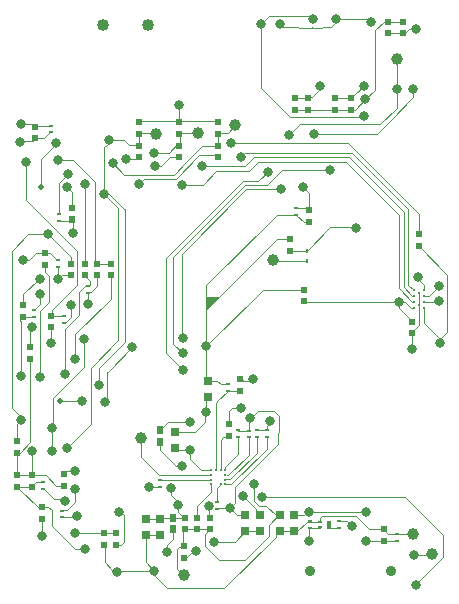
<source format=gbr>
%TF.GenerationSoftware,Altium Limited,Altium Designer,20.1.11 (218)*%
G04 Layer_Physical_Order=4*
G04 Layer_Color=16711680*
%FSLAX45Y45*%
%MOMM*%
%TF.SameCoordinates,C7425212-4277-447C-8971-9BA6FDDE4791*%
%TF.FilePolarity,Positive*%
%TF.FileFunction,Copper,L4,Bot,Signal*%
%TF.Part,Single*%
G01*
G75*
%TA.AperFunction,Conductor*%
%ADD10C,0.10000*%
%TA.AperFunction,SMDPad,CuDef*%
%ADD32R,0.55000X0.60000*%
%TA.AperFunction,ComponentPad*%
%ADD57C,0.90000*%
%ADD58C,1.02000*%
%TA.AperFunction,ViaPad*%
%ADD59C,0.30000*%
%ADD60C,0.80000*%
%ADD61C,0.50000*%
%TA.AperFunction,SMDPad,CuDef*%
%ADD76R,0.50000X0.60000*%
%ADD77R,0.30000X0.27000*%
%ADD78R,0.80000X0.75000*%
%ADD79C,1.00000*%
%ADD80R,0.40000X0.70000*%
%ADD81R,0.40000X0.25000*%
%TA.AperFunction,BGAPad,CuDef*%
%ADD82C,0.25000*%
%TA.AperFunction,SMDPad,CuDef*%
%ADD83R,0.25000X0.36000*%
%ADD84R,0.50000X0.65000*%
G36*
X2820000Y1250000D02*
D01*
D02*
G37*
G36*
X2900000Y2450000D02*
Y2560000D01*
X3010000D01*
X2900000Y2450000D01*
D02*
G37*
D10*
X2060799Y1809638D02*
G03*
X2060799Y1810452I-70399J362D01*
G01*
X3799423Y4839207D02*
G03*
X3801987Y4839217I1015J70393D01*
G01*
X2035000Y3487506D02*
G03*
X2035000Y3502495I-70000J7495D01*
G01*
X3090000Y1590000D02*
X3120000Y1620000D01*
X3189998D01*
X3089999Y1480001D02*
X3090000Y1480002D01*
Y1590000D01*
X3189998Y1620000D02*
X3189999Y1620001D01*
X3083748Y1373750D02*
X3089999Y1380001D01*
X3043750Y1373750D02*
X3083748D01*
X3020000Y1350000D02*
X3043750Y1373750D01*
X3170001Y1230001D02*
Y1371499D01*
X3060000Y1120000D02*
X3170001Y1230001D01*
X3060000Y1090002D02*
Y1120000D01*
X2756552Y1188448D02*
Y1265862D01*
X2646637D02*
X2756552D01*
X2854999Y1090002D02*
X2940003D01*
X2940000Y909561D02*
Y970000D01*
X3102371Y1012497D02*
X3329998Y1240124D01*
X3109937Y970000D02*
X3410002Y1270065D01*
X3140000Y950000D02*
X3507071Y1317071D01*
X3082103Y1047897D02*
X3257197Y1222991D01*
X3060000Y1010000D02*
X3062497Y1012497D01*
X2989999Y939999D02*
X3020000Y970000D01*
X3060000D02*
X3109937D01*
X3100000Y770000D02*
X3140000Y810000D01*
Y950000D01*
X2989999Y818501D02*
Y939999D01*
X3062497Y1012497D02*
X3102371D01*
X3076983Y1047897D02*
X3082103D01*
X3257197Y1222991D02*
Y1367203D01*
X3259997Y1370003D01*
X2820002Y789563D02*
X2940000Y909561D01*
X2756552Y1188448D02*
X2854999Y1090002D01*
X3005857Y770000D02*
X3100000D01*
X3162498Y707502D01*
X2630000Y1282498D02*
X2646637Y1265862D01*
X2510000Y1260809D02*
X2640809Y1130000D01*
X2510000Y1260809D02*
Y1332496D01*
X2640809Y1130000D02*
X2690000D01*
X2510000Y1332496D02*
X2510002Y1332498D01*
X2690000Y1130000D02*
Y1160000D01*
X2498038Y1052401D02*
X2929059D01*
X2523396Y1010398D02*
X2939606D01*
X3020000Y1098532D02*
Y1350000D01*
X2630000Y1417499D02*
X2635000Y1412499D01*
X2802499D02*
X2890000Y1500000D01*
X2635000Y1412499D02*
X2802499D01*
X2890000Y1570000D02*
X2900000Y1580000D01*
X2890000Y1500000D02*
Y1570000D01*
X2140000Y230000D02*
X2145000Y235000D01*
X2455000D01*
X2460000Y240000D01*
X2040000Y310000D02*
Y449998D01*
X2121058Y230000D02*
X2140000D01*
X2101058Y250000D02*
X2121058Y230000D01*
X2100000Y250000D02*
X2101058D01*
X2040000Y310000D02*
X2100000Y250000D01*
X2019998Y549999D02*
X2029998Y559999D01*
Y459999D02*
X2040000Y449998D01*
X1790000Y560000D02*
X1999998D01*
X1999998Y559999D01*
X2160000Y740000D02*
X2170000D01*
X2200000Y710000D01*
Y480000D02*
Y710000D01*
X2130001Y459999D02*
X2179999D01*
X2200000Y480000D01*
X2029998Y559999D02*
X2140001D01*
X2460000Y240000D02*
X2464409Y235591D01*
X3485859Y525859D02*
Y568358D01*
X2570000Y90000D02*
X3050000D01*
X3485859Y525859D01*
X2075000Y3866058D02*
Y3885000D01*
X4271058Y4890000D02*
X4290000D01*
X4251058Y4910000D02*
X4271058Y4890000D01*
X4000000Y4910000D02*
X4251058D01*
X4669997Y4829997D02*
X4670000Y4830000D01*
X4615000Y4829997D02*
X4669997D01*
X4580002Y4794999D02*
X4615000Y4829997D01*
X4640003Y4830000D02*
X4670000D01*
X4328303Y4818303D02*
X4400000Y4890000D01*
X4328303Y4314103D02*
Y4818303D01*
X4400000Y4890000D02*
X4439998D01*
X4244200Y4230000D02*
X4328303Y4314103D01*
X1712502Y1081863D02*
X1791091D01*
X1692502Y1061863D02*
X1712502Y1081863D01*
X3210400Y869976D02*
X3320000Y760377D01*
Y737498D02*
Y760377D01*
Y737498D02*
X3349999Y707499D01*
X1320000Y1240000D02*
X1410001Y1330001D01*
X1300000Y1240000D02*
X1320000D01*
X1330000Y1510000D02*
Y1540000D01*
X1300000Y1340000D02*
Y1480000D01*
X1330000Y1510000D01*
X3524268Y4869600D02*
Y4869600D01*
X3551078Y4842789D02*
X3555136Y4842730D01*
X3799423Y4839207D01*
X3524268Y4869600D02*
X3551078Y4842789D01*
X3430000Y4940000D02*
X3770039D01*
X3800439Y4909600D01*
X4120002Y4139999D02*
X4154199D01*
X4244200Y4230000D01*
X4120002Y4239999D02*
Y4243891D01*
X4140002Y4263891D01*
X4152323D01*
X4234200Y4345769D01*
X3238876Y3468750D02*
X3528750D01*
X3414150Y3504150D02*
X3540000Y3630000D01*
X2690000Y2919874D02*
X3238876Y3468750D01*
X2560000Y2890000D02*
X3209550Y3539550D01*
X3339550D02*
X3420000Y3620000D01*
X3528750Y3468750D02*
X3530000Y3470000D01*
X3209550Y3539550D02*
X3339550D01*
X2620000Y2899937D02*
X3224213Y3504150D01*
X3414150D01*
X3190000Y3740400D02*
X3195200D01*
X3230200Y3775400D02*
X4134537D01*
X3195200Y3740400D02*
X3230200Y3775400D01*
X2869251Y3509780D02*
X2979871Y3620400D01*
X2690220Y3509780D02*
X2869251D01*
X3230000Y3670000D02*
X3300000Y3740000D01*
X2860000Y3670000D02*
X3230000D01*
X2639752Y3559200D02*
X2840552Y3760000D01*
X2727899Y3697962D02*
X2864448Y3834511D01*
X2727899Y3697409D02*
Y3697962D01*
X2625089Y3594600D02*
X2727899Y3697409D01*
X4134537Y3775400D02*
X4610000Y3299937D01*
X2840552Y3760000D02*
X2980003D01*
X3000002Y3740001D01*
X3300000Y3740000D02*
X4110000D01*
X4120002Y3729998D01*
X4120003D01*
X4570000Y3280000D01*
X3949600Y3630000D02*
X3950000Y3629600D01*
X3260400Y3620400D02*
X3340000Y3700000D01*
X4080000D02*
X4530000Y3250000D01*
X3340000Y3700000D02*
X4080000D01*
X3540000Y3630000D02*
X3949600D01*
X2515063Y3665000D02*
X2595066Y3745003D01*
X2464600Y3665000D02*
X2515063D01*
X2580000Y3780000D02*
X2650002Y3850003D01*
X2595066Y3745003D02*
X2685001D01*
X2460000Y3780000D02*
X2580000D01*
X2205400Y3594600D02*
X2625089D01*
X2374200Y3559200D02*
X2639752D01*
X2330000Y3515000D02*
X2374200Y3559200D01*
X2999998Y3939999D02*
X3009999Y3950000D01*
X3139998Y4009998D02*
Y4010001D01*
X3080000Y3950000D02*
X3139998Y4009998D01*
X3009999Y3950000D02*
X3080000D01*
X4580002Y4789999D02*
Y4794999D01*
X4439998Y4890000D02*
X4439999Y4889999D01*
X4580002D01*
X4439999Y4789999D02*
X4580002D01*
X4880000Y2170000D02*
Y2199995D01*
X4880002Y2199998D01*
X4743500Y2514999D02*
X4746001Y2517499D01*
X4869600Y2649595D02*
Y2649998D01*
X4940000Y2259996D02*
Y2747502D01*
X4787871Y2567866D02*
X4869600Y2649595D01*
X4746001Y2517499D02*
X4867099D01*
X4700000Y2987502D02*
X4940000Y2747502D01*
X4896822Y2216818D02*
X4940000Y2259996D01*
X4867099Y2517499D02*
X4869600Y2520000D01*
X3504142Y3255858D02*
X3508499Y3251501D01*
X3497981Y3255858D02*
X3504142D01*
X2900000Y2657878D02*
X3497981Y3255858D01*
X2900000Y2450000D02*
Y2657878D01*
X3508499Y3251501D02*
X3660000D01*
X3722998Y3190002D02*
X3770002D01*
X3410002Y1428501D02*
Y1466798D01*
X3435220Y1492016D01*
Y1496458D01*
X3435220Y1500039D01*
X3440400Y1505220D01*
X1790000Y2029600D02*
Y2240000D01*
X2090000Y2540000D02*
Y2740000D01*
X1790000Y2240000D02*
X2090000Y2540000D01*
X2210000Y2180000D02*
Y3300063D01*
X2150000Y2189561D02*
Y3310000D01*
X1990000Y1960000D02*
X2210000Y2180000D01*
X2205000Y3305063D02*
X2210000Y3300063D01*
X1920000Y1959560D02*
X2150000Y2189561D01*
X2030000Y3430000D02*
X2150000Y3310000D01*
X2650002Y3850003D02*
X2680001D01*
X2979871Y3620400D02*
X3260400D01*
X1692502Y1059998D02*
Y1061863D01*
X4019999Y658501D02*
X4091499D01*
X4130000Y620000D01*
X2389998Y310002D02*
Y542498D01*
X1900000Y2500000D02*
Y2540000D01*
X1900006Y2540006D02*
Y2591507D01*
X1900000Y2540000D02*
X1900006Y2540006D01*
Y2591507D02*
X1908506Y2600007D01*
X1922996D01*
X1970000Y2647012D01*
X1869999Y2734998D02*
X1910000Y2694998D01*
X1900006Y2648510D02*
X1901500D01*
X1910000Y2657010D01*
Y2694998D01*
X1869999Y2734998D02*
Y2739998D01*
X1873116Y2648510D02*
X1900006D01*
X1824606Y2600000D02*
X1873116Y2648510D01*
X2730001Y350001D02*
X2795858Y415858D01*
X2710000Y350001D02*
X2730001D01*
X2804142Y415858D02*
X2810000Y410000D01*
X2795858Y415858D02*
X2804142D01*
X3507071Y1317071D02*
X3510785Y1503747D01*
X3329998Y1240124D02*
Y1371503D01*
X3410002Y1270065D02*
Y1371498D01*
X2575003Y1500000D02*
X2760000D01*
X2510002Y1434999D02*
X2575003Y1500000D01*
X2510002Y1427499D02*
Y1434999D01*
X2600000Y877782D02*
X2660000Y817782D01*
X2600000Y877782D02*
Y939998D01*
X2660000Y735385D02*
Y800000D01*
Y817782D01*
X2350000Y1200439D02*
X2498038Y1052401D01*
X2660000Y735385D02*
X2700000Y695385D01*
X2694805Y690190D02*
X2700000Y695385D01*
X2979110Y1090890D02*
Y1661117D01*
X3162498Y707502D02*
X3230001D01*
X2989999Y761498D02*
X2998499Y769998D01*
X3005855D01*
X3005857Y770000D01*
X3170001Y1427001D02*
X3259996D01*
X4630002Y2279997D02*
X4660002D01*
X4620002Y2269997D02*
X4630002Y2279997D01*
X4620002Y2264997D02*
X4640000Y2244999D01*
X4394997Y590000D02*
X4436497Y548500D01*
X3380000Y2620000D02*
X3739664D01*
X3490001Y572502D02*
X3639998D01*
X2685005Y4044999D02*
X2999998D01*
X2345001Y4045002D02*
X2669999D01*
X2820002Y689999D02*
Y789563D01*
X2920000Y689997D02*
X2939998Y669999D01*
X2920000Y689997D02*
Y790000D01*
X2889600Y450840D02*
Y547101D01*
Y450840D02*
X3010439Y330000D01*
X3227994D01*
X2889600Y547101D02*
X2924998Y582499D01*
X3137500Y480000D02*
X3230001Y572501D01*
X2960000Y480000D02*
X3137500D01*
X3227994Y330000D02*
X3430000Y532006D01*
X2924998Y584999D02*
X2929998Y589999D01*
X2924998Y582499D02*
Y584999D01*
X2410000Y950000D02*
X2410749Y950749D01*
X2509250D01*
X2509999Y951498D01*
X2510000Y951497D01*
X2510002Y677500D02*
X2520001Y687499D01*
X2619998D01*
X2389998Y677499D02*
X2510001D01*
X2510002Y677500D01*
X2390000Y542499D02*
X2510002D01*
X2389998Y542498D02*
X2390000Y542499D01*
X2900000Y2140000D02*
Y2450000D01*
X3499999Y3049999D02*
X3610004D01*
X2900000Y2450000D02*
X3499999Y3049999D01*
X1920400Y1480400D02*
Y1709160D01*
X1720000Y1280000D02*
X1920400Y1480400D01*
X1920000Y1709561D02*
Y1959560D01*
Y1709561D02*
X1920400Y1709160D01*
X1660013Y1680000D02*
X1850000D01*
X1990000Y1812800D02*
Y1960000D01*
X2057471Y1687471D02*
X2060400Y1690400D01*
X2060401Y1912116D02*
X2060799Y1810452D01*
X2060401Y1912116D02*
Y1920400D01*
X2063329Y1923329D01*
X2040400Y1670400D02*
X2057471Y1687471D01*
X2060400Y1690400D02*
X2060799Y1809638D01*
X1990000Y1812800D02*
X1990400Y1810000D01*
X2063329Y1923329D02*
X2270000Y2130000D01*
X1660006Y1679993D02*
X1660013Y1680000D01*
X1860400Y1960840D02*
Y2200000D01*
X1598694Y1699133D02*
X1860400Y1960840D01*
X1770000Y3720000D02*
X1959600Y3530400D01*
Y2850400D02*
Y3530400D01*
X1870000Y2839999D02*
Y3510000D01*
X1640800Y3720000D02*
X1770000D01*
X1591845Y3821845D02*
X1630000Y3860000D01*
X1591845Y3821845D02*
X1591845D01*
X1500000Y3490000D02*
Y3730000D01*
X1591845Y3821845D01*
X1640000Y3719200D02*
X1640800Y3720000D01*
X2389998Y310002D02*
X2460000Y240000D01*
X2464409Y195591D02*
Y235591D01*
Y195591D02*
X2570000Y90000D01*
X1790000Y820874D02*
Y930000D01*
X1719126Y750000D02*
X1790000Y820874D01*
X1681499Y750000D02*
X1719126D01*
X1439993Y2448493D02*
X1490400Y2498899D01*
Y2580000D02*
X1490400Y2580000D01*
X1490400Y2498899D02*
Y2580000D01*
X3689603Y4019600D02*
X4369537D01*
X3600001Y3929998D02*
X3689603Y4019600D01*
X3570841Y3859598D02*
X4100402D01*
X4700000Y3260000D01*
X3570047Y3860393D02*
X3570841Y3859598D01*
X3110394Y3860393D02*
X3570047D01*
X3360000Y4870000D02*
X3430000Y4940000D01*
X3360000Y4330000D02*
Y4870000D01*
Y4330000D02*
X3610401Y4079599D01*
X4000000Y4890000D02*
Y4910000D01*
X3952529Y4842529D02*
X4000000Y4890000D01*
X2900000Y2140000D02*
X3380000Y2620000D01*
X3729998Y2520001D02*
X3735030Y2514969D01*
X4530000D01*
X3445049Y2865997D02*
X3750000D01*
X4161367Y3149994D02*
X4169992Y3141369D01*
X3949994Y3149994D02*
X4161367D01*
X3750000Y2950000D02*
X3949994Y3149994D01*
X4530000Y2464999D02*
Y2514969D01*
Y2464999D02*
X4620002Y2374997D01*
X4530000Y2514969D02*
X4585031D01*
X4635004Y2464996D01*
X4530000Y2630766D02*
X4642897Y2517869D01*
X4570000Y2640829D02*
Y3280000D01*
Y2640829D02*
X4642963Y2567866D01*
X4530000Y2630766D02*
Y3250000D01*
X4620002Y2369997D02*
Y2374997D01*
X4635004Y2464996D02*
X4656500D01*
X4610000Y2661499D02*
X4656500Y2614999D01*
X4610000Y2661499D02*
Y3299937D01*
X3801987Y4839217D02*
X3952529Y4842529D01*
X4120000Y4240000D02*
Y4244997D01*
X4653630Y2517869D02*
X4656500Y2514999D01*
X4642897Y2517869D02*
X4653630D01*
Y2567866D02*
X4656500Y2564996D01*
X4642963Y2567866D02*
X4653630D01*
X4700000Y2987502D02*
Y2990002D01*
Y3090002D02*
Y3260000D01*
X4640000Y2244999D02*
Y2249999D01*
Y2120000D02*
Y2244999D01*
X4639999Y2249999D02*
X4640000Y2249999D01*
X3259997Y1427000D02*
X3260000Y1427003D01*
Y1520000D02*
X3270000Y1530000D01*
X3260000Y1427003D02*
Y1520000D01*
X3510800Y1503747D02*
Y1549200D01*
X3470000Y1590000D02*
X3510800Y1549200D01*
X3340000Y1590000D02*
X3470000D01*
X3270000Y1530000D02*
X3280000D01*
X3340000Y1590000D01*
X3279998Y1849998D02*
X3290000Y1860000D01*
X3210002Y1849998D02*
X3279998D01*
X3200001Y1859999D02*
X3210002Y1849998D01*
X3864142Y653359D02*
X3865002Y652499D01*
X3862002Y655499D02*
X3864142Y653359D01*
X3639998Y572502D02*
X3668751D01*
X2570000Y400000D02*
Y460000D01*
X2619998Y509998D02*
Y592498D01*
X2570000Y460000D02*
X2619998Y509998D01*
X2652100Y422100D02*
X2670000Y440000D01*
X2652100Y257900D02*
Y422100D01*
X2670000Y440000D02*
X2699999D01*
X2700002Y440003D01*
X2652100Y257900D02*
X2710000Y200000D01*
X2919998Y589999D02*
X2924998Y584999D01*
X2812499Y614999D02*
X2827502D01*
X2700002Y440003D02*
Y590000D01*
Y440003D02*
X2710000Y450001D01*
X2720002Y590000D02*
X2820001D01*
X2700002D02*
X2720002D01*
X3430000Y630001D02*
X3507501Y707502D01*
X3430000Y532006D02*
Y630001D01*
X3878962Y702401D02*
X4167599D01*
X3864142Y653359D02*
Y687581D01*
X3878962Y702401D01*
X2619998Y687499D02*
X2697497D01*
X2350000Y1200439D02*
Y1330000D01*
X2929059Y1052401D02*
X2931460Y1050000D01*
X3210400Y869976D02*
Y870000D01*
X2694805Y690190D02*
X2697497Y687499D01*
X4167599Y702401D02*
X4280000Y590000D01*
X3757213Y740000D02*
X4250000D01*
X3485859Y568358D02*
X3490001Y572501D01*
X3770002Y3290002D02*
Y3439998D01*
X3720000Y3490000D02*
X3770002Y3439998D01*
X3020000Y1820000D02*
X3078501D01*
X2900000Y1857503D02*
X2910001Y1847502D01*
X2900000Y1857503D02*
Y2140000D01*
X2560000Y2080000D02*
Y2890000D01*
X2620000Y2160000D02*
Y2899937D01*
X2690000Y2220000D02*
Y2919874D01*
X2620000Y2160000D02*
X2700000Y2080000D01*
X2560000Y2080000D02*
X2700000Y1940000D01*
X2690000Y2220000D02*
X2700000Y2210000D01*
X2864448Y3834511D02*
X3000002D01*
X3751505Y3308499D02*
X3770002Y3290002D01*
X3660000Y3308499D02*
X3751505D01*
X3660000Y3251501D02*
X3661499D01*
X3722998Y3190002D01*
X1740001Y3240001D02*
X1779999D01*
X2205000Y3305063D02*
Y3305063D01*
X3770000Y490000D02*
X3770001Y490001D01*
Y593001D01*
X4670000Y126296D02*
X4900000Y356296D01*
X4670000Y120000D02*
Y126296D01*
X4620002Y2264997D02*
Y2269997D01*
X4743500Y2614999D02*
Y2656500D01*
X4690002Y2709998D02*
X4743500Y2656500D01*
X4280000Y590000D02*
X4394997D01*
X3299600Y969600D02*
X3300000Y970000D01*
X3340840Y789600D02*
X3407903D01*
X3490001Y707502D01*
X3299600Y830840D02*
X3340840Y789600D01*
X3370000Y860000D02*
X4580000D01*
X3299600Y830840D02*
Y969600D01*
X4580000Y860000D02*
X4900000Y540000D01*
X3230001Y572501D02*
X3349997D01*
X3349999Y572498D01*
X4880002Y2199998D02*
X4881061D01*
X4896822Y2215759D01*
Y2216818D01*
X4743500Y2336500D02*
X4880002Y2199998D01*
X4743500Y2336500D02*
Y2464996D01*
X1640000Y2710000D02*
X1643639D01*
X1673639Y2740000D01*
X1640000Y2710000D02*
Y2813003D01*
X1760001Y3309999D02*
Y3450410D01*
X1720410Y3490000D02*
X1760001Y3450410D01*
X1650010Y3520010D02*
X1730000Y3600000D01*
X1650010Y3258510D02*
Y3520010D01*
X2329999Y3845001D02*
Y3940001D01*
Y3840000D02*
Y3845001D01*
X1520008Y931510D02*
X1521508D01*
X1605000Y848018D01*
X1510002Y779999D02*
X1510003Y780000D01*
X1560000D01*
X1300000Y944998D02*
Y949998D01*
Y944998D02*
X1320000Y924998D01*
X1325000D01*
X1470000Y779999D01*
X1510002D01*
X1419994Y949998D02*
X1419998Y950002D01*
X1300000Y949998D02*
X1419994D01*
X1453503Y988508D02*
X1520008D01*
X1419994Y954998D02*
X1453503Y988508D01*
X1419994Y949998D02*
Y954998D01*
X1692501Y960000D02*
X1692502Y959998D01*
X1630000Y960000D02*
X1692501D01*
X1419998Y1050002D02*
X1539998D01*
X1630000Y960000D01*
X1419998Y1050002D02*
X1420000Y1050004D01*
Y1250000D01*
X1300000Y1049999D02*
X1300000Y1049998D01*
X1419994D01*
X1419998Y1050002D01*
X1300000Y1049999D02*
Y1240000D01*
X1410001Y1330001D02*
Y2029999D01*
X1249600Y1620400D02*
X1330000Y1540000D01*
Y1890000D02*
Y2350002D01*
X1320000Y2360002D02*
X1330000Y2350002D01*
X1249600Y2949600D02*
X1390000Y3090000D01*
X1249600Y1620400D02*
Y2949600D01*
X1320000Y2360002D02*
X1349999Y2390001D01*
X1490000Y1880000D02*
X1492448Y2442448D01*
X1566465Y2516466D02*
Y2733495D01*
X1492448Y2442448D02*
X1566465Y2516466D01*
X1710010Y2347015D02*
X1749192Y2386198D01*
X1695515Y2347015D02*
X1710010D01*
X1749192Y2386198D02*
Y2490369D01*
X1690010Y2341510D02*
X1695515Y2347015D01*
X1959600Y2850400D02*
X1970000Y2840000D01*
Y2647012D02*
Y2740000D01*
Y2840000D02*
X2090000D01*
X2670000Y4045002D02*
X2685001D01*
X2670000D02*
Y4180000D01*
Y4040001D02*
Y4045002D01*
X2669999Y4040000D02*
X2670000Y4040001D01*
X3790000Y4250000D02*
X3860000Y4320000D01*
Y4340000D01*
X3989996Y4140000D02*
X4120001D01*
X4120002Y4139999D01*
X3759999D02*
X3759999Y4140000D01*
X3989996D01*
X3650000D02*
X3759998D01*
X3759999Y4139999D01*
X3170001Y1427001D02*
Y1428502D01*
X3329998Y1428500D02*
X3329998Y1428501D01*
X3410002D01*
X3078501Y1820000D02*
X3079999Y1818502D01*
X2910001Y1847502D02*
X2992498D01*
X3020000Y1820000D01*
X2979110Y1661117D02*
X2999493Y1681500D01*
X3000000D01*
X2900000Y1580000D02*
Y1702500D01*
X2910001Y1712501D01*
X3000000Y1681500D02*
X3069999Y1751499D01*
X3078499Y1761499D02*
X3079999D01*
X3069999Y1752999D02*
X3078499Y1761499D01*
X3069999Y1751499D02*
Y1752999D01*
X2820002Y589999D02*
X2919998D01*
X2820001Y590000D02*
X2820002Y589999D01*
X3668751Y572502D02*
X3750001Y653752D01*
X3775254D01*
X3780001Y658499D01*
X3724716Y707503D02*
X3757213Y740000D01*
X3609998Y707503D02*
X3724716D01*
X4900000Y356296D02*
Y540000D01*
X4805001Y375000D02*
X4810001Y379999D01*
X4665000Y375000D02*
X4805001D01*
X4660000Y370000D02*
X4665000Y375000D01*
X3079999Y1761499D02*
X3198501D01*
X3200001Y1759999D01*
X3778501Y601501D02*
X3780001D01*
X3770001Y593001D02*
X3778501Y601501D01*
X3862002Y604501D02*
X3865002Y607501D01*
X3783001Y604501D02*
X3862002D01*
X3780001Y601501D02*
X3783001Y604501D01*
Y655499D02*
X3862002D01*
X3780001Y658499D02*
X3783001Y655499D01*
X3949999Y601498D02*
X4019999D01*
X3934999Y616498D02*
X3949999Y601498D01*
X3934999Y616498D02*
Y630000D01*
X3259996Y1427001D02*
X3259997Y1427000D01*
X2700000Y1940000D02*
Y1940000D01*
X4436497Y548500D02*
X4509998D01*
X4510747Y549249D01*
X4649252D01*
X4650000Y549998D01*
X4401495Y491498D02*
X4509998D01*
X4399997Y490000D02*
X4401495Y491498D01*
X4250000Y490000D02*
X4399997D01*
X4743500Y2564996D02*
X4746370Y2567866D01*
X4787871D01*
X4700003Y2319998D02*
Y2439998D01*
X4700000Y2440000D02*
X4700003Y2439998D01*
X4660002Y2279997D02*
X4700003Y2319998D01*
X2035000Y3475063D02*
X2205000Y3305063D01*
X2997713Y3747291D02*
X3000002Y3745002D01*
X2994784Y3750220D02*
X2997713Y3747291D01*
X4340032Y3940031D02*
X4450000Y4050000D01*
X3810000Y3940031D02*
X4340032D01*
X4369537Y4019600D02*
X4510000Y4160063D01*
X3610401Y4079599D02*
X4219599D01*
X4230000Y4090000D01*
X2035000Y3825000D02*
X2056109Y3846109D01*
Y3847168D01*
X2075000Y3866058D01*
X2035000Y3502495D02*
Y3825000D01*
Y3502495D02*
Y3502495D01*
Y3475063D02*
Y3487506D01*
X4700000Y2440000D02*
Y2490000D01*
Y2590000D01*
X4510000Y4320000D02*
Y4570000D01*
X4650000Y4250000D02*
Y4320000D01*
X4450000Y4050000D02*
X4650000Y4250000D01*
X4510000Y4160063D02*
Y4320000D01*
X4450000Y4050000D02*
X4450000D01*
X3759999Y4239999D02*
X3769999Y4250000D01*
X3790000D01*
Y4250000D01*
X3989996Y4240000D02*
X4120000D01*
X3650000D02*
X3759998D01*
X3759999Y4239999D01*
X1560000Y3090000D02*
X1750000Y2900000D01*
X1770000Y3100000D02*
Y3200000D01*
X1370000Y3379560D02*
X1805399Y2944161D01*
Y2659604D02*
Y2944161D01*
X1390000Y3090000D02*
X1559200D01*
X1370000Y3379560D02*
Y3700000D01*
X3610004Y2950000D02*
X3750000D01*
X3610004Y2949999D02*
X3610004Y2950000D01*
X2669999Y3840001D02*
X2680000Y3850002D01*
X2669999Y3940001D02*
X2680000Y3930000D01*
Y3850002D02*
Y3930000D01*
X2999998Y3840005D02*
Y3939999D01*
Y3840005D02*
X3000002Y3840001D01*
X2345004Y3944999D02*
X2495003D01*
X2244999Y3845001D02*
X2329999D01*
Y3839999D02*
X2329999Y3840000D01*
X2329992Y3729993D02*
X2345001Y3745002D01*
X2219996Y3729993D02*
X2329992D01*
X2110001Y3690000D02*
X2205400Y3594600D01*
X1559200Y3090000D02*
X1559600Y3089600D01*
X1790000Y420000D02*
X1870000D01*
X1590000Y620000D02*
X1790000Y420000D01*
X1590000Y620000D02*
Y750000D01*
X1824606Y2404669D02*
Y2600000D01*
X1754600Y2334663D02*
X1824606Y2404669D01*
X1754600Y2334608D02*
Y2334663D01*
X1705000Y2285008D02*
X1754600Y2334608D01*
X1530000Y2769961D02*
Y2830000D01*
Y2769961D02*
X1566465Y2733495D01*
X1640000Y2813003D02*
X1641500D01*
X1673639Y2740000D02*
X1749999D01*
X1530000Y2930000D02*
X1578500D01*
X1638500Y2870000D01*
X1640000D01*
X1460000Y2930000D02*
X1530000D01*
X1349600Y2870000D02*
X1400000D01*
X1460000Y2930000D01*
X1590000Y2410004D02*
Y2444205D01*
X1805399Y2659604D01*
X2685001Y4045002D02*
X2685005Y4044999D01*
X1330000Y4020000D02*
X1429996D01*
X1449997Y4000000D01*
X1449999Y4000002D01*
X1681982Y848018D02*
X1690000Y840000D01*
Y840000D02*
X1699782Y830217D01*
X1690000Y840000D02*
Y840000D01*
X1598694Y1459088D02*
Y1699133D01*
X2075000Y3885000D02*
X2205000D01*
X2244999Y3845001D01*
X1589606Y1450000D02*
X1598694Y1459088D01*
X1590000Y1250000D02*
Y1449606D01*
X1415859Y2295859D02*
X1420399Y2300000D01*
X1410000Y2290000D02*
X1415859Y2295859D01*
X1410000Y2149997D02*
Y2290000D01*
X1349600Y2870000D02*
X1355347Y2864253D01*
X1579997Y2400001D02*
X1590000Y2410004D01*
X1579997Y2400001D02*
X1581491Y2398508D01*
X1560000Y780000D02*
X1590000Y750000D01*
X1605000Y848018D02*
X1681982D01*
X1510000Y530000D02*
Y560000D01*
X1510002Y560002D02*
Y679999D01*
X1510000Y560000D02*
X1510002Y560002D01*
X1680006Y748507D02*
X1681499Y750000D01*
X1680006Y748507D02*
X1681505D01*
X1680006Y691509D02*
X1684251Y695755D01*
X1795755D01*
X1800000Y700000D01*
X1589606Y1450000D02*
X1590000Y1449606D01*
X2685001Y3945002D02*
X2685001Y3945003D01*
X2685004Y3945000D02*
X2825000D01*
X2345001Y3945003D02*
X2345004Y3944999D01*
X2685001Y3945003D02*
X2685004Y3945000D01*
X1760001Y3209999D02*
X1770000Y3200000D01*
X1751509Y3201507D02*
X1760001Y3209999D01*
X1650010Y3201507D02*
X1751509D01*
X1579997Y2300001D02*
X1580000Y2299999D01*
Y2170000D02*
Y2299999D01*
X1705000Y1905000D02*
Y2285008D01*
X1869999Y2839998D02*
X1870000Y2839999D01*
X1750000Y2840001D02*
Y2900000D01*
X1449999Y3895002D02*
Y3900002D01*
X1429999Y3875002D02*
X1449999Y3895002D01*
X1325002Y3875002D02*
X1429999D01*
X1320000Y3870000D02*
X1325002Y3875002D01*
X1578494Y3951493D02*
X1579994D01*
X1527003Y3900002D02*
X1578494Y3951493D01*
X1449999Y3900002D02*
X1527003D01*
X1449999Y4000002D02*
X1458488Y4008491D01*
X1579994D01*
X1581491Y2398508D02*
X1690010D01*
X1749999Y2840000D02*
X1750000Y2840001D01*
X1390002Y2129999D02*
X1410001D01*
X1390002D02*
X1410000Y2149997D01*
X1480000Y2710000D02*
X1490400D01*
X1349999Y2390001D02*
X1351493Y2391495D01*
X1349999Y2490001D02*
X1350000Y2490002D01*
Y2580000D01*
X1480000Y2710000D01*
X1351493Y2391495D02*
X1439993D01*
D32*
X4700000Y2990002D02*
D03*
Y3090002D02*
D03*
X2090000Y2840000D02*
D03*
Y2740000D02*
D03*
X2329999Y3839999D02*
D03*
Y3740000D02*
D03*
X2669999Y3740001D02*
D03*
Y3840001D02*
D03*
X3000002D02*
D03*
Y3740001D02*
D03*
X1579997Y2300001D02*
D03*
Y2400001D02*
D03*
X2130001Y559999D02*
D03*
Y459999D02*
D03*
X1510002Y779999D02*
D03*
Y679999D02*
D03*
X2999998Y4039999D02*
D03*
Y3939999D02*
D03*
X2669999Y4040000D02*
D03*
Y3940001D02*
D03*
X2329999Y4040000D02*
D03*
Y3940001D02*
D03*
X2720002Y690000D02*
D03*
Y590000D02*
D03*
X2820002Y589999D02*
D03*
Y689999D02*
D03*
X3089999Y1480001D02*
D03*
Y1380001D02*
D03*
X2929998Y589999D02*
D03*
Y689999D02*
D03*
X2710000Y350001D02*
D03*
Y450001D02*
D03*
X3180001Y1759999D02*
D03*
Y1859999D02*
D03*
D57*
X3780000Y240002D02*
D03*
X4459999D02*
D03*
D58*
X2020000Y4860000D02*
D03*
X2401000D02*
D03*
D59*
X2940003Y1090002D02*
D03*
Y1010002D02*
D03*
X2940000Y970000D02*
D03*
Y1050000D02*
D03*
X2980000Y1090000D02*
D03*
X3060002Y1090002D02*
D03*
X3060000Y1010000D02*
D03*
X3020000Y970000D02*
D03*
X3060000D02*
D03*
Y1050000D02*
D03*
X3020000Y1090000D02*
D03*
D60*
X2756552Y1265862D02*
D03*
X3100000Y770000D02*
D03*
D03*
X2690000Y1130000D02*
D03*
X2140000Y230000D02*
D03*
X1790000Y560000D02*
D03*
X2160000Y740000D02*
D03*
X2460000Y240000D02*
D03*
X4169992Y3141369D02*
D03*
X2860000Y3670000D02*
D03*
X3720000Y3490000D02*
D03*
X3530000Y3470000D02*
D03*
X2690220Y3509780D02*
D03*
X2075000Y3885000D02*
D03*
X4530000Y2514969D02*
D03*
X4290000Y4890000D02*
D03*
X4670000Y4830000D02*
D03*
X1791091Y1081863D02*
D03*
X3190000Y3740400D02*
D03*
X3110394Y3860393D02*
D03*
X3950000Y3629600D02*
D03*
X3420000Y3620000D02*
D03*
X2460000Y3780000D02*
D03*
X2464600Y3665000D02*
D03*
X4880000Y2170000D02*
D03*
X4869600Y2520000D02*
D03*
Y2649998D02*
D03*
X3440400Y1505220D02*
D03*
X4130000Y620000D02*
D03*
X1900000Y2500000D02*
D03*
X2810000Y410000D02*
D03*
X2760000Y1500000D02*
D03*
X2600000Y939998D02*
D03*
X2660000Y800000D02*
D03*
X2920000Y790000D02*
D03*
X2960000Y480000D02*
D03*
X2410000Y950000D02*
D03*
X1850000Y1680000D02*
D03*
X1990400Y1810000D02*
D03*
X2040400Y1670400D02*
D03*
X1870000Y3510000D02*
D03*
X1630000Y3860000D02*
D03*
X1640000Y3719200D02*
D03*
X1790000Y930000D02*
D03*
X3600001Y3929998D02*
D03*
X3360000Y4870000D02*
D03*
X4000000Y4910000D02*
D03*
X3800439Y4909600D02*
D03*
X4510000Y4320000D02*
D03*
X4234200Y4345769D02*
D03*
X4689937Y2730000D02*
D03*
X4640000Y2120000D02*
D03*
X3189999Y1620001D02*
D03*
X3290000Y1860000D02*
D03*
X2570000Y400000D02*
D03*
X3210400Y870000D02*
D03*
X4250000Y740000D02*
D03*
X2900000Y2140000D02*
D03*
X2270000Y2130000D02*
D03*
X3770000Y490000D02*
D03*
X4670000Y120000D02*
D03*
X3300000Y970000D02*
D03*
X3370000Y860000D02*
D03*
X1640000Y2710000D02*
D03*
X1720410Y3490000D02*
D03*
X1420000Y1250000D02*
D03*
X1330000Y1520000D02*
D03*
Y1890000D02*
D03*
X1490400Y2580000D02*
D03*
X1749192Y2490369D02*
D03*
X2670000Y4180000D02*
D03*
X3860000Y4340000D02*
D03*
X4244200Y4230000D02*
D03*
X3270000Y1530000D02*
D03*
X2900000Y1580000D02*
D03*
X3770000Y740000D02*
D03*
X4660000Y370000D02*
D03*
X2700000Y2080000D02*
D03*
Y1940000D02*
D03*
Y2210000D02*
D03*
X4250000Y490000D02*
D03*
X3810000Y3940031D02*
D03*
X4230000Y4090000D02*
D03*
X4650000Y4320000D02*
D03*
X3524268Y4869600D02*
D03*
X1720000Y1280000D02*
D03*
X1559600Y3089600D02*
D03*
X1770000Y3100000D02*
D03*
X2219996Y3729993D02*
D03*
X2110001Y3690000D02*
D03*
X2030000Y3430000D02*
D03*
X1730000Y3600000D02*
D03*
X2330000Y3515000D02*
D03*
X1330000Y4020000D02*
D03*
X1699782Y830217D02*
D03*
X1589606Y1450000D02*
D03*
X1860400Y2200000D02*
D03*
X1790000Y2029600D02*
D03*
X1420399Y2300000D02*
D03*
X1349600Y2870000D02*
D03*
X1870000Y420000D02*
D03*
X1510000Y530000D02*
D03*
X1800000Y700000D02*
D03*
X1590000Y1250000D02*
D03*
X1580000Y2170000D02*
D03*
X1705000Y1905000D02*
D03*
X1370000Y3700000D02*
D03*
X1320000Y3870000D02*
D03*
X1490400Y2710000D02*
D03*
X1490000Y1880000D02*
D03*
D61*
X1660006Y1679993D02*
D03*
X1500000Y3490000D02*
D03*
D76*
X2029998Y559999D02*
D03*
Y459999D02*
D03*
X4439999Y4789999D02*
D03*
Y4889999D02*
D03*
X4560002Y4789999D02*
D03*
Y4889999D02*
D03*
X4399998Y489999D02*
D03*
Y589999D02*
D03*
X4639999Y2349999D02*
D03*
Y2249999D02*
D03*
X1692502Y1059998D02*
D03*
Y959998D02*
D03*
X1449999Y4000002D02*
D03*
Y3900002D02*
D03*
X1530000Y2830000D02*
D03*
Y2930000D02*
D03*
X1410001Y2129999D02*
D03*
Y2029999D02*
D03*
X1749999Y2840000D02*
D03*
Y2740000D02*
D03*
X1869999Y2839998D02*
D03*
Y2739998D02*
D03*
X1349999Y2390001D02*
D03*
Y2490001D02*
D03*
X1760001Y3309999D02*
D03*
Y3209999D02*
D03*
X1970000Y2740000D02*
D03*
Y2840000D02*
D03*
X1300000Y1240000D02*
D03*
Y1340000D02*
D03*
X1419998Y1050002D02*
D03*
Y950002D02*
D03*
X1300000Y1049998D02*
D03*
Y949998D02*
D03*
X3729998Y2620000D02*
D03*
Y2520001D02*
D03*
X3610004Y3049999D02*
D03*
Y2949999D02*
D03*
X3770002Y3190002D02*
D03*
Y3290002D02*
D03*
X3650000Y4140000D02*
D03*
Y4240000D02*
D03*
X3759999Y4139999D02*
D03*
Y4239999D02*
D03*
X3989996Y4140000D02*
D03*
Y4240000D02*
D03*
X4120002Y4139999D02*
D03*
Y4239999D02*
D03*
D77*
X3170001Y1428502D02*
D03*
Y1371499D02*
D03*
X3410002Y1428501D02*
D03*
Y1371498D02*
D03*
X1520008Y931510D02*
D03*
Y988508D02*
D03*
X3780001Y601501D02*
D03*
Y658499D02*
D03*
X4019999Y658501D02*
D03*
Y601498D02*
D03*
X1900006Y2591507D02*
D03*
Y2648510D02*
D03*
X1579994Y4008491D02*
D03*
Y3951493D02*
D03*
X1640000Y2813003D02*
D03*
Y2870000D02*
D03*
X1439993Y2391495D02*
D03*
Y2448493D02*
D03*
X4509998Y491498D02*
D03*
Y548500D02*
D03*
X1650010Y3258510D02*
D03*
Y3201507D02*
D03*
X1690010Y2398508D02*
D03*
Y2341510D02*
D03*
X1680006Y748507D02*
D03*
Y691509D02*
D03*
X3660000Y3251501D02*
D03*
Y3308499D02*
D03*
X3329998Y1371503D02*
D03*
Y1428500D02*
D03*
X3259997Y1370003D02*
D03*
Y1427000D02*
D03*
X2509999Y1008501D02*
D03*
Y951498D02*
D03*
X2989999Y761498D02*
D03*
Y818501D02*
D03*
X3079999Y1761499D02*
D03*
Y1818502D02*
D03*
D78*
X3230001Y572501D02*
D03*
Y707502D02*
D03*
X3520001Y572501D02*
D03*
Y707502D02*
D03*
X2389998Y542498D02*
D03*
Y677499D02*
D03*
X3639998Y572502D02*
D03*
Y707503D02*
D03*
X3349999Y707499D02*
D03*
Y572498D02*
D03*
X2910001Y1712501D02*
D03*
Y1847502D02*
D03*
X2510002Y677500D02*
D03*
Y542499D02*
D03*
X2630000Y1417499D02*
D03*
Y1282498D02*
D03*
D79*
X3460000Y2870000D02*
D03*
X4510000Y4570000D02*
D03*
X2824998Y3944999D02*
D03*
X2470001Y3939998D02*
D03*
X3139998Y4010001D02*
D03*
X2710000Y200000D02*
D03*
X2350000Y1360000D02*
D03*
X4810001Y379999D02*
D03*
X4650000Y549998D02*
D03*
D80*
X3934999Y630000D02*
D03*
D81*
X3865002Y607501D02*
D03*
Y652499D02*
D03*
D82*
X4743500Y2464996D02*
D03*
Y2514999D02*
D03*
Y2564996D02*
D03*
Y2614999D02*
D03*
X4700000Y2490000D02*
D03*
Y2590000D02*
D03*
X4656500Y2464996D02*
D03*
Y2514999D02*
D03*
Y2564996D02*
D03*
Y2614999D02*
D03*
D83*
X3750000Y2865997D02*
D03*
Y2950000D02*
D03*
D84*
X2510002Y1427499D02*
D03*
Y1332498D02*
D03*
X2619998Y687499D02*
D03*
Y592498D02*
D03*
%TF.MD5,7f9ddedd5981d72508205188b62f28af*%
M02*

</source>
